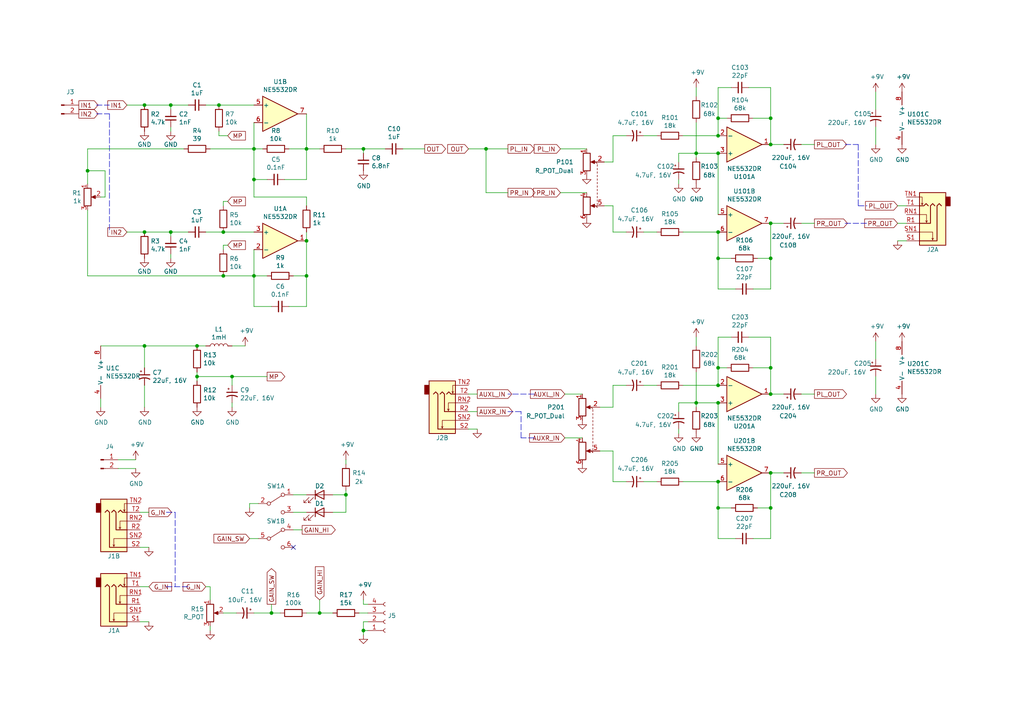
<source format=kicad_sch>
(kicad_sch (version 20250114) (generator "eeschema") (generator_version "9.0")
  (paper "A4")
  (lib_symbols
    (symbol "Amplifier_Operational:NE5532" (pin_names (offset 0.127))
      (property "Reference" "U" (at 0 5.08 0))
      (property "Value" "NE5532" (at 0 -5.08 0))
      (symbol "NE5532_1_1"
        (pin input line (at -7.62 2.54 0) (length 2.54) (name "+") (number "3"))
        (pin input line (at -7.62 -2.54 0) (length 2.54) (name "-") (number "2"))
        (pin output line (at 7.62 0 180) (length 2.54) (name "~") (number "1"))
      )
      (symbol "NE5532_2_1"
        (pin input line (at -7.62 2.54 0) (length 2.54) (name "+") (number "5"))
        (pin input line (at -7.62 -2.54 0) (length 2.54) (name "-") (number "6"))
        (pin output line (at 7.62 0 180) (length 2.54) (name "~") (number "7"))
      )
      (symbol "NE5532_3_1"
        (pin power_in line (at -2.54 7.62 270) (length 3.81) (name "V+") (number "8"))
        (pin power_in line (at -2.54 -7.62 90) (length 3.81) (name "V-") (number "4"))
      )
    )
    (symbol "Connector:AudioJack3_Dual_Switch"
      (property "Reference" "J" (at 0 11.43 0))
      (property "Value" "AudioJack3_Dual_Switch" (at 0 8.89 0))
      (symbol "AudioJack3_Dual_Switch_1_1"
        (pin passive line (at 5.08 5.08 180) (length 2.54) (name "~") (number "S1"))
        (pin passive line (at 5.08 2.54 180) (length 2.54) (name "~") (number "SN1"))
        (pin passive line (at 5.08 0 180) (length 2.54) (name "~") (number "R1"))
        (pin passive line (at 5.08 -2.54 180) (length 2.54) (name "~") (number "RN1"))
        (pin passive line (at 5.08 -5.08 180) (length 2.54) (name "~") (number "T1"))
        (pin passive line (at 5.08 -7.62 180) (length 2.54) (name "~") (number "TN1"))
      )
      (symbol "AudioJack3_Dual_Switch_2_1"
        (pin passive line (at 5.08 5.08 180) (length 2.54) (name "~") (number "S2"))
        (pin passive line (at 5.08 2.54 180) (length 2.54) (name "~") (number "SN2"))
        (pin passive line (at 5.08 0 180) (length 2.54) (name "~") (number "R2"))
        (pin passive line (at 5.08 -2.54 180) (length 2.54) (name "~") (number "RN2"))
        (pin passive line (at 5.08 -5.08 180) (length 2.54) (name "~") (number "T2"))
        (pin passive line (at 5.08 -7.62 180) (length 2.54) (name "~") (number "TN2"))
      )
    )
    (symbol "Connector:Conn_01x02_Male" (pin_names (offset 1.016) (hide yes))
      (property "Reference" "J" (at 0 2.54 0))
      (property "Value" "Conn_01x02_Male" (at 0 -5.08 0))
      (symbol "Conn_01x02_Male_1_1"
        (pin passive line (at 5.08 0 180) (length 3.81) (name "Pin_1") (number "1"))
        (pin passive line (at 5.08 -2.54 180) (length 3.81) (name "Pin_2") (number "2"))
      )
    )
    (symbol "Connector:Conn_01x04_Female" (pin_names (offset 1.016) (hide yes))
      (property "Reference" "J" (at 0 5.08 0))
      (property "Value" "Conn_01x04_Female" (at 0 -7.62 0))
      (symbol "Conn_01x04_Female_1_1"
        (pin passive line (at -5.08 2.54 0) (length 3.81) (name "Pin_1") (number "1"))
        (pin passive line (at -5.08 0 0) (length 3.81) (name "Pin_2") (number "2"))
        (pin passive line (at -5.08 -2.54 0) (length 3.81) (name "Pin_3") (number "3"))
        (pin passive line (at -5.08 -5.08 0) (length 3.81) (name "Pin_4") (number "4"))
      )
    )
    (symbol "Device:C_Polarized_Small_US" (pin_numbers (hide yes)) (pin_names (offset 0.254) (hide yes))
      (property "Reference" "C" (at 0.254 1.778 0))
      (property "Value" "C_Polarized_Small_US" (at 0.254 -2.032 0))
      (symbol "C_Polarized_Small_US_1_1"
        (pin passive line (at 0 2.54 270) (length 2.032) (name "~") (number "1"))
        (pin passive line (at 0 -2.54 90) (length 2.032) (name "~") (number "2"))
      )
    )
    (symbol "Device:C_Small" (pin_numbers (hide yes)) (pin_names (offset 0.254) (hide yes))
      (property "Reference" "C" (at 0.254 1.778 0))
      (property "Value" "C_Small" (at 0.254 -2.032 0))
      (symbol "C_Small_1_1"
        (pin passive line (at 0 2.54 270) (length 2.032) (name "~") (number "1"))
        (pin passive line (at 0 -2.54 90) (length 2.032) (name "~") (number "2"))
      )
    )
    (symbol "Device:L" (pin_numbers (hide yes)) (pin_names (offset 1.016) (hide yes))
      (property "Reference" "L" (at -1.27 0 90))
      (property "Value" "L" (at 1.905 0 90))
      (symbol "L_1_1"
        (pin passive line (at 0 3.81 270) (length 1.27) (name "1") (number "1"))
        (pin passive line (at 0 -3.81 90) (length 1.27) (name "2") (number "2"))
      )
    )
    (symbol "Device:LED" (pin_numbers (hide yes)) (pin_names (offset 1.016) (hide yes))
      (property "Reference" "D" (at 0 2.54 0))
      (property "Value" "LED" (at 0 -2.54 0))
      (symbol "LED_1_1"
        (pin passive line (at -3.81 0 0) (length 2.54) (name "K") (number "1"))
        (pin passive line (at 3.81 0 180) (length 2.54) (name "A") (number "2"))
      )
    )
    (symbol "Device:R" (pin_numbers (hide yes)) (pin_names (offset 0))
      (property "Reference" "R" (at 2.032 0 90))
      (property "Value" "R" (at 0 0 90))
      (symbol "R_1_1"
        (pin passive line (at 0 3.81 270) (length 1.27) (name "~") (number "1"))
        (pin passive line (at 0 -3.81 90) (length 1.27) (name "~") (number "2"))
      )
    )
    (symbol "Device:R_Potentiometer" (pin_names (offset 1.016) (hide yes))
      (property "Reference" "RV" (at -4.445 0 90))
      (property "Value" "R_Potentiometer" (at -2.54 0 90))
      (symbol "R_Potentiometer_1_1"
        (pin passive line (at 0 3.81 270) (length 1.27) (name "1") (number "1"))
        (pin passive line (at 0 -3.81 90) (length 1.27) (name "3") (number "3"))
        (pin passive line (at 3.81 0 180) (length 1.27) (name "2") (number "2"))
      )
    )
    (symbol "Device:R_Potentiometer_Dual" (pin_names (offset 1.016) (hide yes))
      (property "Reference" "RV" (at 0 3.81 0))
      (property "Value" "R_Potentiometer_Dual" (at 0 1.905 0))
      (symbol "R_Potentiometer_Dual_1_1"
        (pin passive line (at -10.16 -2.54 0) (length 1.27) (name "1") (number "1"))
        (pin passive line (at -6.35 2.54 270) (length 2.54) (name "2") (number "2"))
        (pin passive line (at -2.54 -2.54 180) (length 1.27) (name "3") (number "3"))
        (pin passive line (at 2.54 -2.54 0) (length 1.27) (name "4") (number "4"))
        (pin passive line (at 6.35 2.54 270) (length 2.54) (name "5") (number "5"))
        (pin passive line (at 10.16 -2.54 180) (length 1.27) (name "6") (number "6"))
      )
    )
    (symbol "Switch:SW_DPDT_x2" (pin_names (offset 0) (hide yes))
      (property "Reference" "SW" (at 0 4.318 0))
      (property "Value" "SW_DPDT_x2" (at 0 -5.08 0))
      (symbol "SW_DPDT_x2_1_1"
        (pin passive line (at -5.08 0 0) (length 2.54) (name "B") (number "2"))
        (pin passive line (at 5.08 2.54 180) (length 2.54) (name "A") (number "1"))
        (pin passive line (at 5.08 -2.54 180) (length 2.54) (name "C") (number "3"))
      )
      (symbol "SW_DPDT_x2_2_1"
        (pin passive line (at -5.08 0 0) (length 2.54) (name "B") (number "5"))
        (pin passive line (at 5.08 2.54 180) (length 2.54) (name "A") (number "4"))
        (pin passive line (at 5.08 -2.54 180) (length 2.54) (name "C") (number "6"))
      )
    )
    (symbol "power:+9V" (power) (pin_names (offset 0))
      (property "Value" "+9V" (at 0 3.556 0))
      (symbol "+9V_1_1"
        (pin power_in line (at 0 0 90) (length 0) (hide yes) (name "+9V") (number "1"))
      )
    )
    (symbol "power:GND" (power) (pin_names (offset 0))
      (property "Value" "GND" (at 0 -3.81 0))
      (symbol "GND_1_1"
        (pin power_in line (at 0 0 270) (length 0) (hide yes) (name "GND") (number "1"))
      )
    )
  )
  (junction (at 208.28 116.84))
  (junction (at 88.9 43.18))
  (junction (at 208.28 39.37))
  (junction (at 208.28 44.45))
  (junction (at 208.28 111.76))
  (junction (at 88.9 80.01))
  (junction (at 64.77 80.01))
  (junction (at 57.15 100.33))
  (junction (at 100.33 143.51))
  (junction (at 105.41 43.18))
  (junction (at 88.9 69.85))
  (junction (at 208.28 106.68))
  (junction (at 201.93 116.84))
  (junction (at 208.28 67.31))
  (junction (at 223.52 41.91))
  (junction (at 73.66 80.01))
  (junction (at 208.28 139.7))
  (junction (at 73.66 43.18))
  (junction (at 41.91 100.33))
  (junction (at 223.52 114.3))
  (junction (at 57.15 109.22))
  (junction (at 41.91 67.31))
  (junction (at 41.91 30.48))
  (junction (at 208.28 34.29))
  (junction (at 64.77 67.31))
  (junction (at 73.66 52.07))
  (junction (at 63.5 30.48))
  (junction (at 208.28 74.93))
  (junction (at 105.41 182.88))
  (junction (at 92.71 177.8))
  (junction (at 223.52 147.32))
  (junction (at 49.53 30.48))
  (junction (at 201.93 44.45))
  (junction (at 140.97 43.18))
  (junction (at 208.28 147.32))
  (junction (at 223.52 106.68))
  (junction (at 49.53 67.31))
  (junction (at 223.52 137.16))
  (junction (at 223.52 74.93))
  (junction (at 78.74 177.8))
  (junction (at 223.52 34.29))
  (junction (at 223.52 64.77))
  (junction (at 25.4 49.53))
  (junction (at 67.31 109.22))
  (no_connect (at 85.09 158.75))
  (wire (pts (xy 106.68 182.88) (xy 105.41 182.88)))
  (wire (pts (xy 254 36.83) (xy 254 41.91)))
  (polyline (pts (xy 48.26 148.59) (xy 50.8 148.59)) (stroke (width 0) (type dash)))
  (wire (pts (xy 198.12 39.37) (xy 208.28 39.37)))
  (wire (pts (xy 72.39 147.32) (xy 72.39 146.05)))
  (wire (pts (xy 73.66 30.48) (xy 63.5 30.48)))
  (wire (pts (xy 104.14 177.8) (xy 106.68 177.8)))
  (wire (pts (xy 73.66 35.56) (xy 73.66 43.18)))
  (wire (pts (xy 212.09 97.79) (xy 208.28 97.79)))
  (wire (pts (xy 63.5 39.37) (xy 66.04 39.37)))
  (wire (pts (xy 198.12 139.7) (xy 208.28 139.7)))
  (wire (pts (xy 208.28 74.93) (xy 208.28 67.31)))
  (wire (pts (xy 201.93 97.79) (xy 201.93 100.33)))
  (wire (pts (xy 140.97 55.88) (xy 147.32 55.88)))
  (wire (pts (xy 88.9 52.07) (xy 88.9 43.18)))
  (wire (pts (xy 25.4 43.18) (xy 25.4 49.53)))
  (wire (pts (xy 105.41 175.26) (xy 106.68 175.26)))
  (wire (pts (xy 100.33 143.51) (xy 100.33 142.24)))
  (wire (pts (xy 162.56 55.88) (xy 170.18 55.88)))
  (wire (pts (xy 208.28 34.29) (xy 208.28 39.37)))
  (wire (pts (xy 190.5 139.7) (xy 186.69 139.7)))
  (wire (pts (xy 212.09 147.32) (xy 208.28 147.32)))
  (wire (pts (xy 78.74 177.8) (xy 81.28 177.8)))
  (wire (pts (xy 140.97 43.18) (xy 147.32 43.18)))
  (wire (pts (xy 96.52 148.59) (xy 100.33 148.59)))
  (polyline (pts (xy 27.94 30.48) (xy 31.75 30.48)) (stroke (width 0) (type dash)))
  (wire (pts (xy 223.52 41.91) (xy 223.52 34.29)))
  (polyline (pts (xy 154.94 114.3) (xy 147.32 114.3)) (stroke (width 0) (type dash)))
  (wire (pts (xy 96.52 143.51) (xy 100.33 143.51)))
  (wire (pts (xy 64.77 71.12) (xy 64.77 72.39)))
  (wire (pts (xy 223.52 106.68) (xy 218.44 106.68)))
  (wire (pts (xy 29.21 100.33) (xy 41.91 100.33)))
  (wire (pts (xy 217.17 25.4) (xy 223.52 25.4)))
  (wire (pts (xy 177.8 46.99) (xy 175.26 46.99)))
  (wire (pts (xy 72.39 156.21) (xy 74.93 156.21)))
  (wire (pts (xy 73.66 43.18) (xy 73.66 52.07)))
  (wire (pts (xy 175.26 59.69) (xy 177.8 59.69)))
  (wire (pts (xy 213.36 83.82) (xy 208.28 83.82)))
  (wire (pts (xy 57.15 109.22) (xy 57.15 107.95)))
  (wire (pts (xy 223.52 34.29) (xy 218.44 34.29)))
  (wire (pts (xy 212.09 74.93) (xy 208.28 74.93)))
  (polyline (pts (xy 48.26 170.18) (xy 54.61 170.18)) (stroke (width 0) (type dash)))
  (wire (pts (xy 63.5 38.1) (xy 63.5 39.37)))
  (polyline (pts (xy 151.13 127) (xy 151.13 119.38)) (stroke (width 0) (type dash)))
  (wire (pts (xy 223.52 97.79) (xy 223.52 106.68)))
  (wire (pts (xy 49.53 30.48) (xy 41.91 30.48)))
  (wire (pts (xy 196.85 44.45) (xy 196.85 46.99)))
  (wire (pts (xy 73.66 80.01) (xy 64.77 80.01)))
  (wire (pts (xy 181.61 39.37) (xy 177.8 39.37)))
  (wire (pts (xy 106.68 180.34) (xy 105.41 180.34)))
  (wire (pts (xy 223.52 137.16) (xy 223.52 147.32)))
  (wire (pts (xy 49.53 73.66) (xy 49.53 74.93)))
  (wire (pts (xy 208.28 44.45) (xy 201.93 44.45)))
  (wire (pts (xy 105.41 43.18) (xy 111.76 43.18)))
  (wire (pts (xy 223.52 114.3) (xy 227.33 114.3)))
  (wire (pts (xy 213.36 156.21) (xy 208.28 156.21)))
  (wire (pts (xy 64.77 58.42) (xy 64.77 59.69)))
  (wire (pts (xy 262.89 69.85) (xy 260.35 69.85)))
  (wire (pts (xy 72.39 146.05) (xy 74.93 146.05)))
  (wire (pts (xy 201.93 116.84) (xy 196.85 116.84)))
  (wire (pts (xy 83.82 43.18) (xy 88.9 43.18)))
  (wire (pts (xy 36.83 67.31) (xy 41.91 67.31)))
  (wire (pts (xy 57.15 100.33) (xy 59.69 100.33)))
  (wire (pts (xy 135.89 119.38) (xy 138.43 119.38)))
  (wire (pts (xy 173.99 118.11) (xy 177.8 118.11)))
  (wire (pts (xy 100.33 43.18) (xy 105.41 43.18)))
  (wire (pts (xy 190.5 67.31) (xy 186.69 67.31)))
  (wire (pts (xy 88.9 177.8) (xy 92.71 177.8)))
  (wire (pts (xy 223.52 147.32) (xy 219.71 147.32)))
  (wire (pts (xy 82.55 52.07) (xy 88.9 52.07)))
  (wire (pts (xy 88.9 67.31) (xy 88.9 69.85)))
  (wire (pts (xy 30.48 57.15) (xy 29.21 57.15)))
  (wire (pts (xy 34.29 135.89) (xy 39.37 135.89)))
  (wire (pts (xy 60.96 43.18) (xy 73.66 43.18)))
  (polyline (pts (xy 248.92 59.69) (xy 251.46 59.69)) (stroke (width 0) (type dash)))
  (wire (pts (xy 67.31 109.22) (xy 57.15 109.22)))
  (wire (pts (xy 177.8 59.69) (xy 177.8 67.31)))
  (wire (pts (xy 232.41 137.16) (xy 236.22 137.16)))
  (wire (pts (xy 223.52 25.4) (xy 223.52 34.29)))
  (wire (pts (xy 66.04 71.12) (xy 64.77 71.12)))
  (wire (pts (xy 223.52 74.93) (xy 219.71 74.93)))
  (wire (pts (xy 85.09 148.59) (xy 88.9 148.59)))
  (wire (pts (xy 100.33 148.59) (xy 100.33 143.51)))
  (wire (pts (xy 223.52 83.82) (xy 218.44 83.82)))
  (wire (pts (xy 64.77 177.8) (xy 68.58 177.8)))
  (wire (pts (xy 88.9 80.01) (xy 88.9 69.85)))
  (wire (pts (xy 60.96 170.18) (xy 60.96 173.99)))
  (wire (pts (xy 105.41 44.45) (xy 105.41 43.18)))
  (wire (pts (xy 223.52 156.21) (xy 218.44 156.21)))
  (wire (pts (xy 232.41 64.77) (xy 236.22 64.77)))
  (wire (pts (xy 59.69 170.18) (xy 60.96 170.18)))
  (wire (pts (xy 208.28 106.68) (xy 208.28 111.76)))
  (wire (pts (xy 49.53 31.75) (xy 49.53 30.48)))
  (wire (pts (xy 41.91 100.33) (xy 41.91 106.68)))
  (wire (pts (xy 208.28 134.62) (xy 208.28 116.84)))
  (wire (pts (xy 29.21 115.57) (xy 29.21 118.11)))
  (wire (pts (xy 116.84 43.18) (xy 123.19 43.18)))
  (wire (pts (xy 92.71 173.99) (xy 92.71 177.8)))
  (wire (pts (xy 177.8 39.37) (xy 177.8 46.99)))
  (wire (pts (xy 232.41 41.91) (xy 236.22 41.91)))
  (wire (pts (xy 49.53 68.58) (xy 49.53 67.31)))
  (wire (pts (xy 196.85 116.84) (xy 196.85 119.38)))
  (wire (pts (xy 208.28 116.84) (xy 201.93 116.84)))
  (wire (pts (xy 208.28 62.23) (xy 208.28 44.45)))
  (wire (pts (xy 190.5 111.76) (xy 186.69 111.76)))
  (wire (pts (xy 198.12 111.76) (xy 208.28 111.76)))
  (polyline (pts (xy 27.94 33.02) (xy 31.75 33.02)) (stroke (width 0) (type dash)))
  (wire (pts (xy 223.52 147.32) (xy 223.52 156.21)))
  (wire (pts (xy 217.17 97.79) (xy 223.52 97.79)))
  (polyline (pts (xy 50.8 148.59) (xy 50.8 170.18)) (stroke (width 0) (type dash)))
  (wire (pts (xy 105.41 173.99) (xy 105.41 175.26)))
  (wire (pts (xy 177.8 67.31) (xy 181.61 67.31)))
  (polyline (pts (xy 245.11 64.77) (xy 251.46 64.77)) (stroke (width 0) (type dash)))
  (wire (pts (xy 60.96 181.61) (xy 60.96 182.88)))
  (wire (pts (xy 40.64 158.75) (xy 43.18 158.75)))
  (wire (pts (xy 177.8 130.81) (xy 177.8 139.7)))
  (wire (pts (xy 190.5 39.37) (xy 186.69 39.37)))
  (wire (pts (xy 254 26.67) (xy 254 31.75)))
  (wire (pts (xy 85.09 153.67) (xy 87.63 153.67)))
  (wire (pts (xy 223.52 74.93) (xy 223.52 83.82)))
  (wire (pts (xy 201.93 25.4) (xy 201.93 27.94)))
  (wire (pts (xy 73.66 52.07) (xy 73.66 57.15)))
  (wire (pts (xy 67.31 100.33) (xy 71.12 100.33)))
  (wire (pts (xy 223.52 137.16) (xy 227.33 137.16)))
  (wire (pts (xy 73.66 43.18) (xy 76.2 43.18)))
  (wire (pts (xy 208.28 97.79) (xy 208.28 106.68)))
  (wire (pts (xy 73.66 67.31) (xy 64.77 67.31)))
  (wire (pts (xy 73.66 177.8) (xy 78.74 177.8)))
  (wire (pts (xy 73.66 57.15) (xy 88.9 57.15)))
  (wire (pts (xy 223.52 64.77) (xy 223.52 74.93)))
  (wire (pts (xy 25.4 49.53) (xy 25.4 53.34)))
  (wire (pts (xy 77.47 109.22) (xy 67.31 109.22)))
  (wire (pts (xy 210.82 34.29) (xy 208.28 34.29)))
  (wire (pts (xy 25.4 80.01) (xy 64.77 80.01)))
  (wire (pts (xy 105.41 180.34) (xy 105.41 182.88)))
  (wire (pts (xy 49.53 36.83) (xy 49.53 38.1)))
  (wire (pts (xy 67.31 111.76) (xy 67.31 109.22)))
  (wire (pts (xy 208.28 147.32) (xy 208.28 139.7)))
  (wire (pts (xy 223.52 41.91) (xy 227.33 41.91)))
  (wire (pts (xy 78.74 175.26) (xy 78.74 177.8)))
  (wire (pts (xy 92.71 177.8) (xy 96.52 177.8)))
  (wire (pts (xy 262.89 59.69) (xy 260.35 59.69)))
  (wire (pts (xy 140.97 43.18) (xy 140.97 55.88)))
  (wire (pts (xy 135.89 124.46) (xy 138.43 124.46)))
  (polyline (pts (xy 151.13 119.38) (xy 147.32 119.38)) (stroke (width 0) (type dash)))
  (wire (pts (xy 73.66 88.9) (xy 78.74 88.9)))
  (wire (pts (xy 73.66 52.07) (xy 77.47 52.07)))
  (wire (pts (xy 41.91 111.76) (xy 41.91 118.11)))
  (wire (pts (xy 36.83 30.48) (xy 41.91 30.48)))
  (wire (pts (xy 88.9 33.02) (xy 88.9 43.18)))
  (wire (pts (xy 208.28 83.82) (xy 208.28 74.93)))
  (wire (pts (xy 85.09 143.51) (xy 88.9 143.51)))
  (polyline (pts (xy 154.94 127) (xy 151.13 127)) (stroke (width 0) (type dash)))
  (wire (pts (xy 223.52 64.77) (xy 227.33 64.77)))
  (wire (pts (xy 64.77 67.31) (xy 59.69 67.31)))
  (wire (pts (xy 40.64 170.18) (xy 43.18 170.18)))
  (polyline (pts (xy 245.11 41.91) (xy 248.92 41.91)) (stroke (width 0) (type dash)))
  (wire (pts (xy 105.41 182.88) (xy 105.41 184.15)))
  (wire (pts (xy 85.09 80.01) (xy 88.9 80.01)))
  (wire (pts (xy 262.89 64.77) (xy 260.35 64.77)))
  (wire (pts (xy 41.91 100.33) (xy 57.15 100.33)))
  (wire (pts (xy 201.93 107.95) (xy 201.93 116.84)))
  (wire (pts (xy 83.82 88.9) (xy 88.9 88.9)))
  (wire (pts (xy 49.53 67.31) (xy 41.91 67.31)))
  (wire (pts (xy 254 109.22) (xy 254 114.3)))
  (wire (pts (xy 208.28 25.4) (xy 208.28 34.29)))
  (wire (pts (xy 196.85 124.46) (xy 196.85 125.73)))
  (wire (pts (xy 73.66 80.01) (xy 73.66 88.9)))
  (wire (pts (xy 135.89 114.3) (xy 138.43 114.3)))
  (wire (pts (xy 57.15 110.49) (xy 57.15 109.22)))
  (wire (pts (xy 162.56 43.18) (xy 170.18 43.18)))
  (wire (pts (xy 208.28 156.21) (xy 208.28 147.32)))
  (wire (pts (xy 25.4 49.53) (xy 30.48 49.53)))
  (wire (pts (xy 163.83 114.3) (xy 168.91 114.3)))
  (wire (pts (xy 177.8 111.76) (xy 181.61 111.76)))
  (wire (pts (xy 54.61 67.31) (xy 49.53 67.31)))
  (wire (pts (xy 173.99 130.81) (xy 177.8 130.81)))
  (wire (pts (xy 198.12 67.31) (xy 208.28 67.31)))
  (wire (pts (xy 201.93 35.56) (xy 201.93 44.45)))
  (polyline (pts (xy 248.92 41.91) (xy 248.92 59.69)) (stroke (width 0) (type dash)))
  (wire (pts (xy 88.9 43.18) (xy 92.71 43.18)))
  (wire (pts (xy 196.85 52.07) (xy 196.85 53.34)))
  (wire (pts (xy 34.29 133.35) (xy 39.37 133.35)))
  (wire (pts (xy 67.31 116.84) (xy 67.31 118.11)))
  (wire (pts (xy 40.64 148.59) (xy 43.18 148.59)))
  (wire (pts (xy 177.8 139.7) (xy 181.61 139.7)))
  (wire (pts (xy 223.52 114.3) (xy 223.52 106.68)))
  (wire (pts (xy 201.93 44.45) (xy 196.85 44.45)))
  (wire (pts (xy 66.04 58.42) (xy 64.77 58.42)))
  (wire (pts (xy 54.61 30.48) (xy 49.53 30.48)))
  (wire (pts (xy 135.89 43.18) (xy 140.97 43.18)))
  (wire (pts (xy 210.82 106.68) (xy 208.28 106.68)))
  (wire (pts (xy 201.93 44.45) (xy 201.93 45.72)))
  (wire (pts (xy 232.41 114.3) (xy 236.22 114.3)))
  (wire (pts (xy 163.83 127) (xy 168.91 127)))
  (polyline (pts (xy 31.75 33.02) (xy 31.75 67.31)) (stroke (width 0) (type dash)))
  (wire (pts (xy 30.48 49.53) (xy 30.48 57.15)))
  (wire (pts (xy 212.09 25.4) (xy 208.28 25.4)))
  (wire (pts (xy 40.64 180.34) (xy 43.18 180.34)))
  (wire (pts (xy 73.66 72.39) (xy 73.66 80.01)))
  (wire (pts (xy 53.34 43.18) (xy 25.4 43.18)))
  (wire (pts (xy 254 99.06) (xy 254 104.14)))
  (wire (pts (xy 63.5 30.48) (xy 59.69 30.48)))
  (wire (pts (xy 73.66 80.01) (xy 77.47 80.01)))
  (wire (pts (xy 177.8 118.11) (xy 177.8 111.76)))
  (wire (pts (xy 201.93 116.84) (xy 201.93 118.11)))
  (wire (pts (xy 88.9 88.9) (xy 88.9 80.01)))
  (wire (pts (xy 25.4 60.96) (xy 25.4 80.01)))
  (wire (pts (xy 88.9 57.15) (xy 88.9 59.69)))
  (wire (pts (xy 100.33 134.62) (xy 100.33 133.35)))
  (global_label "AUXL_IN" (shape input) (at 163.83 114.3 180) (property "Intersheetrefs" "${INTERSHEET_REFS}" (effects (hide yes))))
  (global_label "GAIN_SW" (shape output) (at 78.74 175.26 90) (property "Intersheetrefs" "${INTERSHEET_REFS}" (effects (hide yes))))
  (global_label "MP" (shape output) (at 77.47 109.22 0) (property "Intersheetrefs" "${INTERSHEET_REFS}" (effects (hide yes))))
  (global_label "AUXR_IN" (shape output) (at 138.43 119.38 0) (property "Intersheetrefs" "${INTERSHEET_REFS}" (effects (hide yes))))
  (global_label "PR_OUT" (shape output) (at 236.22 137.16 0) (property "Intersheetrefs" "${INTERSHEET_REFS}" (effects (hide yes))))
  (global_label "AUXL_IN" (shape output) (at 138.43 114.3 0) (property "Intersheetrefs" "${INTERSHEET_REFS}" (effects (hide yes))))
  (global_label "AUXR_IN" (shape input) (at 163.83 127 180) (property "Intersheetrefs" "${INTERSHEET_REFS}" (effects (hide yes))))
  (global_label "G_IN" (shape input) (at 43.18 170.18 0) (property "Intersheetrefs" "${INTERSHEET_REFS}" (effects (hide yes))))
  (global_label "MP" (shape input) (at 66.04 71.12 0) (property "Intersheetrefs" "${INTERSHEET_REFS}" (effects (hide yes))))
  (global_label "IN2" (shape input) (at 36.83 67.31 180) (property "Intersheetrefs" "${INTERSHEET_REFS}" (effects (hide yes))))
  (global_label "PL_OUT" (shape output) (at 236.22 114.3 0) (property "Intersheetrefs" "${INTERSHEET_REFS}" (effects (hide yes))))
  (global_label "MP" (shape input) (at 66.04 58.42 0) (property "Intersheetrefs" "${INTERSHEET_REFS}" (effects (hide yes))))
  (global_label "PR_IN" (shape input) (at 162.56 55.88 180) (property "Intersheetrefs" "${INTERSHEET_REFS}" (effects (hide yes))))
  (global_label "PL_OUT" (shape input) (at 260.35 59.69 180) (property "Intersheetrefs" "${INTERSHEET_REFS}" (effects (hide yes))))
  (global_label "OUT" (shape output) (at 123.19 43.18 0) (property "Intersheetrefs" "${INTERSHEET_REFS}" (effects (hide yes))))
  (global_label "PL_IN" (shape output) (at 147.32 43.18 0) (property "Intersheetrefs" "${INTERSHEET_REFS}" (effects (hide yes))))
  (global_label "G_IN" (shape output) (at 43.18 148.59 0) (property "Intersheetrefs" "${INTERSHEET_REFS}" (effects (hide yes))))
  (global_label "OUT" (shape input) (at 135.89 43.18 180) (property "Intersheetrefs" "${INTERSHEET_REFS}" (effects (hide yes))))
  (global_label "MP" (shape input) (at 66.04 39.37 0) (property "Intersheetrefs" "${INTERSHEET_REFS}" (effects (hide yes))))
  (global_label "IN1" (shape output) (at 22.86 30.48 0) (property "Intersheetrefs" "${INTERSHEET_REFS}" (effects (hide yes))))
  (global_label "PL_OUT" (shape output) (at 236.22 41.91 0) (property "Intersheetrefs" "${INTERSHEET_REFS}" (effects (hide yes))))
  (global_label "PL_IN" (shape input) (at 162.56 43.18 180) (property "Intersheetrefs" "${INTERSHEET_REFS}" (effects (hide yes))))
  (global_label "PR_OUT" (shape output) (at 236.22 64.77 0) (property "Intersheetrefs" "${INTERSHEET_REFS}" (effects (hide yes))))
  (global_label "PR_IN" (shape output) (at 147.32 55.88 0) (property "Intersheetrefs" "${INTERSHEET_REFS}" (effects (hide yes))))
  (global_label "IN1" (shape input) (at 36.83 30.48 180) (property "Intersheetrefs" "${INTERSHEET_REFS}" (effects (hide yes))))
  (global_label "PR_OUT" (shape input) (at 260.35 64.77 180) (property "Intersheetrefs" "${INTERSHEET_REFS}" (effects (hide yes))))
  (global_label "IN2" (shape output) (at 22.86 33.02 0) (property "Intersheetrefs" "${INTERSHEET_REFS}" (effects (hide yes))))
  (global_label "G_IN" (shape input) (at 59.69 170.18 180) (property "Intersheetrefs" "${INTERSHEET_REFS}" (effects (hide yes))))
  (global_label "GAIN_HI" (shape output) (at 87.63 153.67 0) (property "Intersheetrefs" "${INTERSHEET_REFS}" (effects (hide yes))))
  (global_label "GAIN_HI" (shape input) (at 92.71 173.99 90) (property "Intersheetrefs" "${INTERSHEET_REFS}" (effects (hide yes))))
  (global_label "GAIN_SW" (shape input) (at 72.39 156.21 180) (property "Intersheetrefs" "${INTERSHEET_REFS}" (effects (hide yes))))
  (symbol (lib_id "Amplifier_Operational:NE5532") (at 81.28 33.02 0) (unit 2)
    (property "Reference" "U1" (at 81.28 23.6982 0))
    (property "Value" "NE5532DR" (at 81.28 26.0096 0))
    (property "Footprint" "Package_SO:SOIC-8_3.9x4.9mm_P1.27mm" (effects (hide yes)))
    (property "Datasheet" "http://www.ti.com/lit/ds/symlink/ne5532.pdf" (effects (hide yes)))
    (property "URL" "https://www.terraelectronica.ru/product/246100" (effects (hide yes)))
  )
  (symbol (lib_id "Amplifier_Operational:NE5532") (at 81.28 69.85 0) (unit 1)
    (property "Reference" "U1" (at 81.28 60.5282 0))
    (property "Value" "NE5532DR" (at 81.28 62.8396 0))
    (property "Footprint" "Package_SO:SOIC-8_3.9x4.9mm_P1.27mm" (effects (hide yes)))
    (property "Datasheet" "http://www.ti.com/lit/ds/symlink/ne5532.pdf" (effects (hide yes)))
    (property "URL" "https://www.terraelectronica.ru/product/246100" (effects (hide yes)))
  )
  (symbol (lib_id "Amplifier_Operational:NE5532") (at 31.75 107.95 0) (unit 3)
    (property "Reference" "U1" (at 30.6832 106.7816 0) (effects (justify left)))
    (property "Value" "NE5532DR" (at 30.6832 109.093 0) (effects (justify left)))
    (property "Footprint" "Package_SO:SOIC-8_3.9x4.9mm_P1.27mm" (effects (hide yes)))
    (property "Datasheet" "http://www.ti.com/lit/ds/symlink/ne5532.pdf" (effects (hide yes)))
    (property "URL" "https://www.terraelectronica.ru/product/246100" (effects (hide yes)))
  )
  (symbol (lib_id "Device:R") (at 80.01 43.18 270) (unit 1)
    (property "Reference" "R8" (at 80.01 37.9222 90))
    (property "Value" "10k" (at 80.01 40.2336 90))
    (property "Footprint" "Resistor_SMD:R_0805_2012Metric" (effects (hide yes)))
  )
  (symbol (lib_id "Device:C_Small") (at 80.01 52.07 270) (unit 1)
    (property "Reference" "C5" (at 80.01 46.2534 90))
    (property "Value" "0.1nF" (at 80.01 48.5648 90))
    (property "Footprint" "Capacitor_SMD:C_0805_2012Metric" (effects (hide yes)))
  )
  (symbol (lib_id "Device:R") (at 81.28 80.01 270) (unit 1)
    (property "Reference" "R9" (at 81.28 74.7522 90))
    (property "Value" "1k" (at 81.28 77.0636 90))
    (property "Footprint" "Resistor_SMD:R_0805_2012Metric" (effects (hide yes)))
  )
  (symbol (lib_id "Device:C_Small") (at 81.28 88.9 270) (unit 1)
    (property "Reference" "C6" (at 81.28 83.0834 90))
    (property "Value" "0.1nF" (at 81.28 85.3948 90))
    (property "Footprint" "Capacitor_SMD:C_0805_2012Metric" (effects (hide yes)))
  )
  (symbol (lib_id "Device:R") (at 63.5 34.29 180) (unit 1)
    (property "Reference" "R7" (at 65.278 33.1216 0) (effects (justify right)))
    (property "Value" "10k" (at 65.278 35.433 0) (effects (justify right)))
    (property "Footprint" "Resistor_SMD:R_0805_2012Metric" (effects (hide yes)))
  )
  (symbol (lib_id "Device:R") (at 88.9 63.5 180) (unit 1)
    (property "Reference" "R11" (at 90.678 62.3316 0) (effects (justify right)))
    (property "Value" "1k" (at 90.678 64.643 0) (effects (justify right)))
    (property "Footprint" "Resistor_SMD:R_0805_2012Metric" (effects (hide yes)))
  )
  (symbol (lib_id "Device:R") (at 64.77 63.5 180) (unit 1)
    (property "Reference" "R5" (at 66.548 62.3316 0) (effects (justify right)))
    (property "Value" "10k" (at 66.548 64.643 0) (effects (justify right)))
    (property "Footprint" "Resistor_SMD:R_0805_2012Metric" (effects (hide yes)))
  )
  (symbol (lib_id "Device:R") (at 64.77 76.2 180) (unit 1)
    (property "Reference" "R6" (at 66.548 75.0316 0) (effects (justify right)))
    (property "Value" "10k" (at 66.548 77.343 0) (effects (justify right)))
    (property "Footprint" "Resistor_SMD:R_0805_2012Metric" (effects (hide yes)))
  )
  (symbol (lib_id "Device:C_Small") (at 57.15 30.48 270) (unit 1)
    (property "Reference" "C1" (at 57.15 24.6634 90))
    (property "Value" "1uF" (at 57.15 26.9748 90))
    (property "Footprint" "Capacitor_SMD:C_0805_2012Metric" (effects (hide yes)))
  )
  (symbol (lib_id "Device:C_Small") (at 57.15 67.31 270) (unit 1)
    (property "Reference" "C3" (at 57.15 61.4934 90))
    (property "Value" "1uF" (at 57.15 63.8048 90))
    (property "Footprint" "Capacitor_SMD:C_0805_2012Metric" (effects (hide yes)))
  )
  (symbol (lib_id "Device:C_Small") (at 49.53 34.29 180) (unit 1)
    (property "Reference" "C2" (at 51.8668 33.1216 0) (effects (justify right)))
    (property "Value" "1nF" (at 51.8668 35.433 0) (effects (justify right)))
    (property "Footprint" "Capacitor_SMD:C_0805_2012Metric" (effects (hide yes)))
  )
  (symbol (lib_id "Device:R") (at 41.91 34.29 180) (unit 1)
    (property "Reference" "R2" (at 43.688 33.1216 0) (effects (justify right)))
    (property "Value" "4.7k" (at 43.688 35.433 0) (effects (justify right)))
    (property "Footprint" "Resistor_SMD:R_0805_2012Metric" (effects (hide yes)))
  )
  (symbol (lib_id "Device:R") (at 57.15 43.18 270) (unit 1)
    (property "Reference" "R4" (at 57.15 37.9222 90))
    (property "Value" "39" (at 57.15 40.2336 90))
    (property "Footprint" "Resistor_SMD:R_0805_2012Metric" (effects (hide yes)))
  )
  (symbol (lib_id "Device:C_Small") (at 49.53 71.12 180) (unit 1)
    (property "Reference" "C4" (at 51.8668 69.9516 0) (effects (justify right)))
    (property "Value" "1nF" (at 51.8668 72.263 0) (effects (justify right)))
    (property "Footprint" "Capacitor_SMD:C_0805_2012Metric" (effects (hide yes)))
  )
  (symbol (lib_id "Device:R") (at 41.91 71.12 180) (unit 1)
    (property "Reference" "R3" (at 43.688 69.9516 0) (effects (justify right)))
    (property "Value" "4.7k" (at 43.688 72.263 0) (effects (justify right)))
    (property "Footprint" "Resistor_SMD:R_0805_2012Metric" (effects (hide yes)))
  )
  (symbol (lib_id "Device:R") (at 96.52 43.18 270) (unit 1)
    (property "Reference" "R10" (at 96.52 37.9222 90))
    (property "Value" "1k" (at 96.52 40.2336 90))
    (property "Footprint" "Resistor_SMD:R_0805_2012Metric" (effects (hide yes)))
  )
  (symbol (lib_id "Device:C_Small") (at 105.41 46.99 180) (unit 1)
    (property "Reference" "C8" (at 107.7468 45.8216 0) (effects (justify right)))
    (property "Value" "6.8nF" (at 107.7468 48.133 0) (effects (justify right)))
    (property "Footprint" "Capacitor_SMD:C_0805_2012Metric" (effects (hide yes)))
  )
  (symbol (lib_id "Device:C_Small") (at 114.3 43.18 270) (unit 1)
    (property "Reference" "C10" (at 114.3 37.3634 90))
    (property "Value" "1uF" (at 114.3 39.6748 90))
    (property "Footprint" "Capacitor_SMD:C_0805_2012Metric" (effects (hide yes)))
  )
  (symbol (lib_id "Device:C_Polarized_Small_US") (at 41.91 109.22 0) (unit 1)
    (property "Reference" "C7" (at 44.2214 108.0516 0) (effects (justify left)))
    (property "Value" "22uF, 16V" (at 44.2214 110.363 0) (effects (justify left)))
    (property "Footprint" "Capacitor_SMD:CP_Elec_5x5.4" (effects (hide yes)))
  )
  (symbol (lib_id "Device:R") (at 57.15 104.14 180) (unit 1)
    (property "Reference" "R13" (at 58.928 102.9716 0) (effects (justify right)))
    (property "Value" "10k" (at 58.928 105.283 0) (effects (justify right)))
    (property "Footprint" "Resistor_SMD:R_0805_2012Metric" (effects (hide yes)))
  )
  (symbol (lib_id "Device:R") (at 57.15 114.3 180) (unit 1)
    (property "Reference" "R12" (at 58.928 113.1316 0) (effects (justify right)))
    (property "Value" "10k" (at 58.928 115.443 0) (effects (justify right)))
    (property "Footprint" "Resistor_SMD:R_0805_2012Metric" (effects (hide yes)))
  )
  (symbol (lib_id "Device:C_Polarized_Small_US") (at 67.31 114.3 0) (unit 1)
    (property "Reference" "C9" (at 69.6214 113.1316 0) (effects (justify left)))
    (property "Value" "22uF, 16V" (at 69.6214 115.443 0) (effects (justify left)))
    (property "Footprint" "Capacitor_SMD:CP_Elec_5x5.4" (effects (hide yes)))
  )
  (symbol (lib_id "power:GND") (at 105.41 49.53 0) (unit 1)
    (property "Reference" "#PWR0101" (effects (hide yes)))
    (property "Value" "GND" (at 105.537 53.9242 0))
  )
  (symbol (lib_id "power:GND") (at 41.91 38.1 0) (unit 1)
    (property "Reference" "#PWR0102" (effects (hide yes)))
    (property "Value" "GND" (at 41.91 41.91 0))
  )
  (symbol (lib_id "power:GND") (at 49.53 38.1 0) (unit 1)
    (property "Reference" "#PWR0103" (effects (hide yes)))
    (property "Value" "GND" (at 49.53 41.91 0))
  )
  (symbol (lib_id "power:GND") (at 41.91 74.93 0) (unit 1)
    (property "Reference" "#PWR0104" (effects (hide yes)))
    (property "Value" "GND" (at 41.91 78.74 0))
  )
  (symbol (lib_id "power:GND") (at 49.53 74.93 0) (unit 1)
    (property "Reference" "#PWR0105" (effects (hide yes)))
    (property "Value" "GND" (at 49.53 78.74 0))
  )
  (symbol (lib_id "power:GND") (at 29.21 118.11 0) (unit 1)
    (property "Reference" "#PWR0106" (effects (hide yes)))
    (property "Value" "GND" (at 29.337 122.5042 0))
  )
  (symbol (lib_id "power:GND") (at 41.91 118.11 0) (unit 1)
    (property "Reference" "#PWR0107" (effects (hide yes)))
    (property "Value" "GND" (at 42.037 122.5042 0))
  )
  (symbol (lib_id "power:GND") (at 57.15 118.11 0) (unit 1)
    (property "Reference" "#PWR0108" (effects (hide yes)))
    (property "Value" "GND" (at 57.277 122.5042 0))
  )
  (symbol (lib_id "power:GND") (at 67.31 118.11 0) (unit 1)
    (property "Reference" "#PWR0109" (effects (hide yes)))
    (property "Value" "GND" (at 67.437 122.5042 0))
  )
  (symbol (lib_id "Device:R_Potentiometer") (at 25.4 57.15 0) (unit 1)
    (property "Reference" "R1" (at 23.622 55.9816 0) (effects (justify right)))
    (property "Value" "1k" (at 23.622 58.293 0) (effects (justify right)))
    (property "Footprint" "Potentiometer_THT:Potentiometer_Bourns_3339P_Vertical" (effects (hide yes)))
  )
  (symbol (lib_id "Device:L") (at 63.5 100.33 90) (unit 1)
    (property "Reference" "L1" (at 63.5 95.504 90))
    (property "Value" "1mH" (at 63.5 97.8154 90))
    (property "Footprint" "Inductor_THT:L_Radial_D7.8mm_P5.00mm_Fastron_07HCP" (effects (hide yes)))
  )
  (symbol (lib_id "power:+9V") (at 71.12 100.33 0) (unit 1)
    (property "Reference" "#PWR0110" (effects (hide yes)))
    (property "Value" "+9V" (at 71.501 95.9358 0))
  )
  (symbol (lib_id "Amplifier_Operational:NE5532") (at 215.9 41.91 0) (mirror x) (unit 1)
    (property "Reference" "U101" (at 215.9 51.2318 0))
    (property "Value" "NE5532DR" (at 215.9 48.9204 0))
    (property "Footprint" "Package_SO:SOIC-8_3.9x4.9mm_P1.27mm" (effects (hide yes)))
    (property "Datasheet" "http://www.ti.com/lit/ds/symlink/ne5532.pdf" (effects (hide yes)))
    (property "URL" "https://www.terraelectronica.ru/product/246100" (effects (hide yes)))
  )
  (symbol (lib_id "Amplifier_Operational:NE5532") (at 215.9 64.77 0) (unit 2)
    (property "Reference" "U101" (at 215.9 55.4482 0))
    (property "Value" "NE5532DR" (at 215.9 57.7596 0))
    (property "Footprint" "Package_SO:SOIC-8_3.9x4.9mm_P1.27mm" (effects (hide yes)))
    (property "Datasheet" "http://www.ti.com/lit/ds/symlink/ne5532.pdf" (effects (hide yes)))
    (property "URL" "https://www.terraelectronica.ru/product/246100" (effects (hide yes)))
  )
  (symbol (lib_id "Device:R") (at 214.63 34.29 270) (unit 1)
    (property "Reference" "R104" (at 214.63 29.0322 90))
    (property "Value" "68k" (at 214.63 31.3436 90))
    (property "Footprint" "Resistor_SMD:R_1206_3216Metric" (effects (hide yes)))
  )
  (symbol (lib_id "Device:C_Small") (at 214.63 25.4 270) (unit 1)
    (property "Reference" "C103" (at 214.63 19.5834 90))
    (property "Value" "22pF" (at 214.63 21.8948 90))
    (property "Footprint" "Capacitor_SMD:C_0805_2012Metric" (effects (hide yes)))
  )
  (symbol (lib_id "Device:R") (at 194.31 39.37 270) (unit 1)
    (property "Reference" "R101" (at 194.31 34.1122 90))
    (property "Value" "18k" (at 194.31 36.4236 90))
    (property "Footprint" "Resistor_SMD:R_1206_3216Metric" (effects (hide yes)))
  )
  (symbol (lib_id "Device:C_Polarized_Small_US") (at 184.15 39.37 270) (unit 1)
    (property "Reference" "C101" (at 182.88 33.02 90) (effects (justify left)))
    (property "Value" "4.7uF, 16V" (at 179.07 35.56 90) (effects (justify left)))
    (property "Footprint" "Capacitor_SMD:CP_Elec_4x5.4" (effects (hide yes)))
  )
  (symbol (lib_id "Device:C_Polarized_Small_US") (at 229.87 41.91 90) (unit 1)
    (property "Reference" "C104" (at 231.14 48.26 90) (effects (justify left)))
    (property "Value" "220uF, 16V" (at 234.95 45.72 90) (effects (justify left)))
    (property "Footprint" "Capacitor_SMD:CP_Elec_6.3x7.7" (effects (hide yes)))
  )
  (symbol (lib_id "Device:C_Polarized_Small_US") (at 196.85 49.53 0) (unit 1)
    (property "Reference" "C102" (at 190.5 48.26 0) (effects (justify left)))
    (property "Value" "4.7uF, 16V" (at 184.15 50.8 0) (effects (justify left)))
    (property "Footprint" "Capacitor_SMD:CP_Elec_4x5.4" (effects (hide yes)))
  )
  (symbol (lib_id "Device:R") (at 201.93 49.53 180) (unit 1)
    (property "Reference" "R103" (at 205.74 48.26 0))
    (property "Value" "68k" (at 205.74 50.8 0))
    (property "Footprint" "Resistor_SMD:R_1206_3216Metric" (effects (hide yes)))
  )
  (symbol (lib_id "Device:R") (at 201.93 31.75 180) (unit 1)
    (property "Reference" "R102" (at 205.74 30.48 0))
    (property "Value" "68k" (at 205.74 33.02 0))
    (property "Footprint" "Resistor_SMD:R_1206_3216Metric" (effects (hide yes)))
  )
  (symbol (lib_id "power:+9V") (at 201.93 25.4 0) (unit 1)
    (property "Reference" "#PWR0111" (effects (hide yes)))
    (property "Value" "+9V" (at 202.311 21.0058 0))
  )
  (symbol (lib_id "power:GND") (at 201.93 53.34 0) (unit 1)
    (property "Reference" "#PWR0112" (effects (hide yes)))
    (property "Value" "GND" (at 202.057 57.7342 0))
  )
  (symbol (lib_id "power:GND") (at 196.85 53.34 0) (unit 1)
    (property "Reference" "#PWR0113" (effects (hide yes)))
    (property "Value" "GND" (at 196.977 57.7342 0))
  )
  (symbol (lib_id "Device:R") (at 215.9 74.93 270) (unit 1)
    (property "Reference" "R106" (at 215.9 69.6722 90))
    (property "Value" "68k" (at 215.9 71.9836 90))
    (property "Footprint" "Resistor_SMD:R_1206_3216Metric" (effects (hide yes)))
  )
  (symbol (lib_id "Device:C_Small") (at 215.9 83.82 270) (unit 1)
    (property "Reference" "C107" (at 215.9 78.0034 90))
    (property "Value" "22pF" (at 215.9 80.3148 90))
    (property "Footprint" "Capacitor_SMD:C_0805_2012Metric" (effects (hide yes)))
  )
  (symbol (lib_id "Device:C_Polarized_Small_US") (at 229.87 64.77 90) (unit 1)
    (property "Reference" "C108" (at 231.14 71.12 90) (effects (justify left)))
    (property "Value" "220uF, 16V" (at 234.95 68.58 90) (effects (justify left)))
    (property "Footprint" "Capacitor_SMD:CP_Elec_6.3x7.7" (effects (hide yes)))
  )
  (symbol (lib_id "Device:R") (at 194.31 67.31 270) (unit 1)
    (property "Reference" "R105" (at 194.31 62.0522 90))
    (property "Value" "18k" (at 194.31 64.3636 90))
    (property "Footprint" "Resistor_SMD:R_1206_3216Metric" (effects (hide yes)))
  )
  (symbol (lib_id "Device:C_Polarized_Small_US") (at 184.15 67.31 270) (unit 1)
    (property "Reference" "C106" (at 182.88 60.96 90) (effects (justify left)))
    (property "Value" "4.7uF, 16V" (at 179.07 63.5 90) (effects (justify left)))
    (property "Footprint" "Capacitor_SMD:CP_Elec_4x5.4" (effects (hide yes)))
  )
  (symbol (lib_id "Amplifier_Operational:NE5532") (at 264.16 34.29 0) (unit 3)
    (property "Reference" "U101" (at 263.0932 33.1216 0) (effects (justify left)))
    (property "Value" "NE5532DR" (at 263.0932 35.433 0) (effects (justify left)))
    (property "Footprint" "Package_SO:SOIC-8_3.9x4.9mm_P1.27mm" (effects (hide yes)))
    (property "Datasheet" "http://www.ti.com/lit/ds/symlink/ne5532.pdf" (effects (hide yes)))
    (property "URL" "https://www.terraelectronica.ru/product/246100" (effects (hide yes)))
  )
  (symbol (lib_id "power:+9V") (at 261.62 26.67 0) (unit 1)
    (property "Reference" "#PWR0114" (effects (hide yes)))
    (property "Value" "+9V" (at 262.001 22.2758 0))
  )
  (symbol (lib_id "power:GND") (at 261.62 41.91 0) (unit 1)
    (property "Reference" "#PWR0115" (effects (hide yes)))
    (property "Value" "GND" (at 261.747 46.3042 0))
  )
  (symbol (lib_id "Device:C_Polarized_Small_US") (at 254 34.29 0) (unit 1)
    (property "Reference" "C105" (at 247.65 33.02 0) (effects (justify left)))
    (property "Value" "220uF, 16V" (at 240.03 35.56 0) (effects (justify left)))
    (property "Footprint" "Capacitor_SMD:CP_Elec_6.3x7.7" (effects (hide yes)))
  )
  (symbol (lib_id "power:+9V") (at 254 26.67 0) (unit 1)
    (property "Reference" "#PWR0116" (effects (hide yes)))
    (property "Value" "+9V" (at 254.381 22.2758 0))
  )
  (symbol (lib_id "power:GND") (at 254 41.91 0) (unit 1)
    (property "Reference" "#PWR0117" (effects (hide yes)))
    (property "Value" "GND" (at 254.127 46.3042 0))
  )
  (symbol (lib_id "Amplifier_Operational:NE5532") (at 215.9 137.16 0) (unit 2)
    (property "Reference" "U201" (at 215.9 127.8382 0))
    (property "Value" "NE5532DR" (at 215.9 130.1496 0))
    (property "Footprint" "Package_SO:SOIC-8_3.9x4.9mm_P1.27mm" (effects (hide yes)))
    (property "Datasheet" "http://www.ti.com/lit/ds/symlink/ne5532.pdf" (effects (hide yes)))
    (property "URL" "https://www.terraelectronica.ru/product/246100" (effects (hide yes)))
  )
  (symbol (lib_id "Amplifier_Operational:NE5532") (at 215.9 114.3 0) (mirror x) (unit 1)
    (property "Reference" "U201" (at 215.9 123.6218 0))
    (property "Value" "NE5532DR" (at 215.9 121.3104 0))
    (property "Footprint" "Package_SO:SOIC-8_3.9x4.9mm_P1.27mm" (effects (hide yes)))
    (property "Datasheet" "http://www.ti.com/lit/ds/symlink/ne5532.pdf" (effects (hide yes)))
    (property "URL" "https://www.terraelectronica.ru/product/246100" (effects (hide yes)))
  )
  (symbol (lib_id "Device:R") (at 214.63 106.68 270) (unit 1)
    (property "Reference" "R204" (at 214.63 101.4222 90))
    (property "Value" "68k" (at 214.63 103.7336 90))
    (property "Footprint" "Resistor_SMD:R_1206_3216Metric" (effects (hide yes)))
  )
  (symbol (lib_id "Device:C_Small") (at 214.63 97.79 270) (unit 1)
    (property "Reference" "C203" (at 214.63 91.9734 90))
    (property "Value" "22pF" (at 214.63 94.2848 90))
    (property "Footprint" "Capacitor_SMD:C_0805_2012Metric" (effects (hide yes)))
  )
  (symbol (lib_id "Device:R") (at 194.31 111.76 270) (unit 1)
    (property "Reference" "R201" (at 194.31 106.5022 90))
    (property "Value" "18k" (at 194.31 108.8136 90))
    (property "Footprint" "Resistor_SMD:R_1206_3216Metric" (effects (hide yes)))
  )
  (symbol (lib_id "Device:C_Polarized_Small_US") (at 184.15 111.76 270) (unit 1)
    (property "Reference" "C201" (at 182.88 105.41 90) (effects (justify left)))
    (property "Value" "4.7uF, 16V" (at 179.07 107.95 90) (effects (justify left)))
    (property "Footprint" "Capacitor_SMD:CP_Elec_4x5.4" (effects (hide yes)))
  )
  (symbol (lib_id "Device:C_Polarized_Small_US") (at 229.87 114.3 90) (unit 1)
    (property "Reference" "C204" (at 231.14 120.65 90) (effects (justify left)))
    (property "Value" "220uF, 16V" (at 234.95 118.11 90) (effects (justify left)))
    (property "Footprint" "Capacitor_SMD:CP_Elec_6.3x7.7" (effects (hide yes)))
  )
  (symbol (lib_id "Device:C_Polarized_Small_US") (at 196.85 121.92 0) (unit 1)
    (property "Reference" "C202" (at 190.5 120.65 0) (effects (justify left)))
    (property "Value" "4.7uF, 16V" (at 184.15 123.19 0) (effects (justify left)))
    (property "Footprint" "Capacitor_SMD:CP_Elec_4x5.4" (effects (hide yes)))
  )
  (symbol (lib_id "Device:R") (at 201.93 121.92 180) (unit 1)
    (property "Reference" "R203" (at 205.74 120.65 0))
    (property "Value" "68k" (at 205.74 123.19 0))
    (property "Footprint" "Resistor_SMD:R_1206_3216Metric" (effects (hide yes)))
  )
  (symbol (lib_id "Device:R") (at 201.93 104.14 180) (unit 1)
    (property "Reference" "R202" (at 205.74 102.87 0))
    (property "Value" "68k" (at 205.74 105.41 0))
    (property "Footprint" "Resistor_SMD:R_1206_3216Metric" (effects (hide yes)))
  )
  (symbol (lib_id "power:+9V") (at 201.93 97.79 0) (unit 1)
    (property "Reference" "#PWR0118" (effects (hide yes)))
    (property "Value" "+9V" (at 202.311 93.3958 0))
  )
  (symbol (lib_id "power:GND") (at 201.93 125.73 0) (unit 1)
    (property "Reference" "#PWR0119" (effects (hide yes)))
    (property "Value" "GND" (at 202.057 130.1242 0))
  )
  (symbol (lib_id "power:GND") (at 196.85 125.73 0) (unit 1)
    (property "Reference" "#PWR0120" (effects (hide yes)))
    (property "Value" "GND" (at 196.977 130.1242 0))
  )
  (symbol (lib_id "Device:R") (at 215.9 147.32 270) (unit 1)
    (property "Reference" "R206" (at 215.9 142.0622 90))
    (property "Value" "68k" (at 215.9 144.3736 90))
    (property "Footprint" "Resistor_SMD:R_1206_3216Metric" (effects (hide yes)))
  )
  (symbol (lib_id "Device:C_Small") (at 215.9 156.21 270) (unit 1)
    (property "Reference" "C207" (at 215.9 150.3934 90))
    (property "Value" "22pF" (at 215.9 152.7048 90))
    (property "Footprint" "Capacitor_SMD:C_0805_2012Metric" (effects (hide yes)))
  )
  (symbol (lib_id "Device:C_Polarized_Small_US") (at 229.87 137.16 90) (unit 1)
    (property "Reference" "C208" (at 231.14 143.51 90) (effects (justify left)))
    (property "Value" "220uF, 16V" (at 234.95 140.97 90) (effects (justify left)))
    (property "Footprint" "Capacitor_SMD:CP_Elec_6.3x7.7" (effects (hide yes)))
  )
  (symbol (lib_id "Device:R") (at 194.31 139.7 270) (unit 1)
    (property "Reference" "R205" (at 194.31 134.4422 90))
    (property "Value" "18k" (at 194.31 136.7536 90))
    (property "Footprint" "Resistor_SMD:R_1206_3216Metric" (effects (hide yes)))
  )
  (symbol (lib_id "Device:C_Polarized_Small_US") (at 184.15 139.7 270) (unit 1)
    (property "Reference" "C206" (at 182.88 133.35 90) (effects (justify left)))
    (property "Value" "4.7uF, 16V" (at 179.07 135.89 90) (effects (justify left)))
    (property "Footprint" "Capacitor_SMD:CP_Elec_4x5.4" (effects (hide yes)))
  )
  (symbol (lib_id "Amplifier_Operational:NE5532") (at 264.16 106.68 0) (unit 3)
    (property "Reference" "U201" (at 263.0932 105.5116 0) (effects (justify left)))
    (property "Value" "NE5532DR" (at 263.0932 107.823 0) (effects (justify left)))
    (property "Footprint" "Package_SO:SOIC-8_3.9x4.9mm_P1.27mm" (effects (hide yes)))
    (property "Datasheet" "http://www.ti.com/lit/ds/symlink/ne5532.pdf" (effects (hide yes)))
    (property "URL" "https://www.terraelectronica.ru/product/246100" (effects (hide yes)))
  )
  (symbol (lib_id "power:+9V") (at 261.62 99.06 0) (unit 1)
    (property "Reference" "#PWR0121" (effects (hide yes)))
    (property "Value" "+9V" (at 262.001 94.6658 0))
  )
  (symbol (lib_id "power:GND") (at 261.62 114.3 0) (unit 1)
    (property "Reference" "#PWR0122" (effects (hide yes)))
    (property "Value" "GND" (at 261.747 118.6942 0))
  )
  (symbol (lib_id "Device:C_Polarized_Small_US") (at 254 106.68 0) (unit 1)
    (property "Reference" "C205" (at 247.65 105.41 0) (effects (justify left)))
    (property "Value" "220uF, 16V" (at 240.03 107.95 0) (effects (justify left)))
    (property "Footprint" "Capacitor_SMD:CP_Elec_6.3x7.7" (effects (hide yes)))
  )
  (symbol (lib_id "power:+9V") (at 254 99.06 0) (unit 1)
    (property "Reference" "#PWR0123" (effects (hide yes)))
    (property "Value" "+9V" (at 254.381 94.6658 0))
  )
  (symbol (lib_id "power:GND") (at 254 114.3 0) (unit 1)
    (property "Reference" "#PWR0124" (effects (hide yes)))
    (property "Value" "GND" (at 254.127 118.6942 0))
  )
  (symbol (lib_id "Device:R_Potentiometer_Dual") (at 172.72 53.34 270) (unit 1)
    (property "Reference" "P101" (at 166.37 46.99 90) (effects (justify right)))
    (property "Value" "R_POT_Dual" (at 166.37 49.53 90) (effects (justify right)))
    (property "Footprint" "Potentiometer_THT:Potentiometer_Alps_RK097_Dual_Horizontal" (effects (hide yes)))
  )
  (symbol (lib_id "power:GND") (at 170.18 50.8 0) (unit 1)
    (property "Reference" "#PWR0125" (effects (hide yes)))
    (property "Value" "GND" (effects (hide yes)))
  )
  (symbol (lib_id "power:GND") (at 170.18 63.5 0) (unit 1)
    (property "Reference" "#PWR0126" (effects (hide yes)))
    (property "Value" "GND" (effects (hide yes)))
  )
  (symbol (lib_id "Device:R_Potentiometer_Dual") (at 171.45 124.46 270) (unit 1)
    (property "Reference" "P201" (at 163.83 118.11 90) (effects (justify right)))
    (property "Value" "R_POT_Dual" (at 163.83 120.65 90) (effects (justify right)))
    (property "Footprint" "Potentiometer_THT:Potentiometer_Alps_RK097_Dual_Horizontal" (effects (hide yes)))
  )
  (symbol (lib_id "power:GND") (at 168.91 121.92 0) (unit 1)
    (property "Reference" "#PWR0127" (effects (hide yes)))
    (property "Value" "GND" (effects (hide yes)))
  )
  (symbol (lib_id "power:GND") (at 168.91 134.62 0) (unit 1)
    (property "Reference" "#PWR0128" (effects (hide yes)))
    (property "Value" "GND" (effects (hide yes)))
  )
  (symbol (lib_id "Connector:AudioJack3_Dual_Switch") (at 35.56 175.26 0) (mirror x) (unit 1)
    (property "Reference" "J1" (at 33.02 182.88 0))
    (property "Value" "AudioJack3_Dual_Switch" (effects (hide yes)))
    (property "Footprint" "lib:CK635-037" (effects (hide yes)))
  )
  (symbol (lib_id "Connector:AudioJack3_Dual_Switch") (at 35.56 153.67 0) (mirror x) (unit 2)
    (property "Reference" "J1" (at 33.02 161.29 0))
    (property "Value" "AudioJack3_Dual_Switch" (effects (hide yes)))
    (property "Footprint" "lib:CK635-037" (effects (hide yes)))
  )
  (symbol (lib_id "Connector:AudioJack3_Dual_Switch") (at 267.97 64.77 180) (unit 1)
    (property "Reference" "J2" (at 270.51 72.39 0))
    (property "Value" "AudioJack3_Dual_Switch" (effects (hide yes)))
    (property "Footprint" "lib:CK635-037" (effects (hide yes)))
  )
  (symbol (lib_id "Connector:AudioJack3_Dual_Switch") (at 130.81 119.38 0) (mirror x) (unit 2)
    (property "Reference" "J2" (at 128.27 127 0))
    (property "Value" "AudioJack3_Dual_Switch" (effects (hide yes)))
    (property "Footprint" "lib:CK635-037" (effects (hide yes)))
  )
  (symbol (lib_id "Device:R") (at 100.33 138.43 180) (unit 1)
    (property "Reference" "R14" (at 104.14 137.16 0))
    (property "Value" "2k" (at 104.14 139.7 0))
    (property "Footprint" "Resistor_SMD:R_0805_2012Metric" (effects (hide yes)))
  )
  (symbol (lib_id "power:+9V") (at 100.33 133.35 0) (unit 1)
    (property "Reference" "#PWR0129" (effects (hide yes)))
    (property "Value" "+9V" (at 100.711 128.9558 0))
  )
  (symbol (lib_id "Switch:SW_DPDT_x2") (at 80.01 146.05 0) (unit 1)
    (property "Reference" "SW1" (at 80.01 140.97 0))
    (property "Value" "SW_DPDT_x2" (effects (hide yes)))
    (property "Footprint" "lib:MTS-202-C3_DPDT_Angled" (effects (hide yes)))
  )
  (symbol (lib_id "Switch:SW_DPDT_x2") (at 80.01 156.21 0) (unit 2)
    (property "Reference" "SW1" (at 80.01 151.13 0))
    (property "Value" "SW_DPDT_x2" (effects (hide yes)))
    (property "Footprint" "lib:MTS-202-C3_DPDT_Angled" (effects (hide yes)))
  )
  (symbol (lib_id "Device:LED") (at 92.71 148.59 0) (unit 1)
    (property "Reference" "D1" (at 92.71 146.05 0))
    (property "Value" "LED" (effects (hide yes)))
    (property "Footprint" "LED_THT:LED_D3.0mm_Horizontal_O3.81mm_Z6.0mm" (effects (hide yes)))
  )
  (symbol (lib_id "Device:LED") (at 92.71 143.51 0) (unit 1)
    (property "Reference" "D2" (at 92.71 140.97 0))
    (property "Value" "LED" (effects (hide yes)))
    (property "Footprint" "LED_THT:LED_D3.0mm_Horizontal_O3.81mm_Z6.0mm" (effects (hide yes)))
  )
  (symbol (lib_id "power:GND") (at 72.39 147.32 0) (unit 1)
    (property "Reference" "#PWR0130" (effects (hide yes)))
    (property "Value" "GND" (effects (hide yes)))
  )
  (symbol (lib_id "Device:R_Potentiometer") (at 60.96 177.8 0) (unit 1)
    (property "Reference" "R15" (at 59.2074 176.6316 0) (effects (justify right)))
    (property "Value" "R_POT" (at 59.2074 178.943 0) (effects (justify right)))
    (property "Footprint" "Connector_JST:JST_PH_B3B-PH-K_1x03_P2.00mm_Vertical" (effects (hide yes)))
  )
  (symbol (lib_id "Device:C_Polarized_Small_US") (at 71.12 177.8 270) (unit 1)
    (property "Reference" "C11" (at 69.85 171.45 90) (effects (justify left)))
    (property "Value" "10uF, 16V" (at 66.04 173.99 90) (effects (justify left)))
    (property "Footprint" "Capacitor_SMD:CP_Elec_4x5.4" (effects (hide yes)))
  )
  (symbol (lib_id "Device:R") (at 85.09 177.8 270) (unit 1)
    (property "Reference" "R16" (at 85.09 172.5422 90))
    (property "Value" "100k" (at 85.09 174.8536 90))
    (property "Footprint" "Resistor_SMD:R_0805_2012Metric" (effects (hide yes)))
  )
  (symbol (lib_id "Device:R") (at 100.33 177.8 270) (unit 1)
    (property "Reference" "R17" (at 100.33 172.5422 90))
    (property "Value" "15k" (at 100.33 174.8536 90))
    (property "Footprint" "Resistor_SMD:R_0805_2012Metric" (effects (hide yes)))
  )
  (symbol (lib_id "power:GND") (at 60.96 182.88 0) (unit 1)
    (property "Reference" "#PWR0131" (effects (hide yes)))
    (property "Value" "GND" (effects (hide yes)))
  )
  (symbol (lib_id "power:GND") (at 138.43 124.46 0) (unit 1)
    (property "Reference" "#PWR0132" (effects (hide yes)))
    (property "Value" "GND" (effects (hide yes)))
  )
  (symbol (lib_id "power:GND") (at 260.35 69.85 0) (mirror y) (unit 1)
    (property "Reference" "#PWR0133" (effects (hide yes)))
    (property "Value" "GND" (effects (hide yes)))
  )
  (symbol (lib_id "power:GND") (at 43.18 158.75 0) (unit 1)
    (property "Reference" "#PWR0134" (effects (hide yes)))
    (property "Value" "GND" (effects (hide yes)))
  )
  (symbol (lib_id "power:GND") (at 43.18 180.34 0) (unit 1)
    (property "Reference" "#PWR0135" (effects (hide yes)))
    (property "Value" "GND" (effects (hide yes)))
  )
  (symbol (lib_id "power:GND") (at 105.41 184.15 0) (unit 1)
    (property "Reference" "#PWR0136" (effects (hide yes)))
    (property "Value" "GND" (effects (hide yes)))
  )
  (symbol (lib_id "Connector:Conn_01x02_Male") (at 17.78 30.48 0) (unit 1)
    (property "Reference" "J3" (at 21.59 26.67 0) (effects (justify right)))
    (property "Value" "Conn_01x02_Male" (effects (hide yes)))
    (property "Footprint" "Connector_JST:JST_PH_B2B-PH-K_1x02_P2.00mm_Vertical" (effects (hide yes)))
  )
  (symbol (lib_id "Connector:Conn_01x02_Male") (at 29.21 133.35 0) (unit 1)
    (property "Reference" "J4" (at 33.02 129.54 0) (effects (justify right)))
    (property "Value" "Conn_01x02_Male" (effects (hide yes)))
    (property "Footprint" "Connector_JST:JST_XH_B2B-XH-A_1x02_P2.50mm_Vertical" (effects (hide yes)))
  )
  (symbol (lib_id "power:+9V") (at 39.37 133.35 0) (unit 1)
    (property "Reference" "#PWR0137" (effects (hide yes)))
    (property "Value" "+9V" (at 39.751 128.9558 0))
  )
  (symbol (lib_id "power:GND") (at 39.37 135.89 0) (unit 1)
    (property "Reference" "#PWR0138" (effects (hide yes)))
    (property "Value" "GND" (at 39.497 140.2842 0))
  )
  (symbol (lib_id "Connector:Conn_01x04_Female") (at 111.76 180.34 0) (mirror x) (unit 1)
    (property "Reference" "J5" (at 112.4712 178.562 0) (effects (justify left)))
    (property "Value" "Conn_01x04_Female" (effects (hide yes)))
    (property "Footprint" "Connector_PinSocket_2.54mm:PinSocket_1x04_P2.54mm_Vertical" (effects (hide yes)))
  )
  (symbol (lib_id "power:+9V") (at 105.41 173.99 0) (unit 1)
    (property "Reference" "#PWR0139" (effects (hide yes)))
    (property "Value" "+9V" (at 105.791 169.5958 0))
  )
)
</source>
